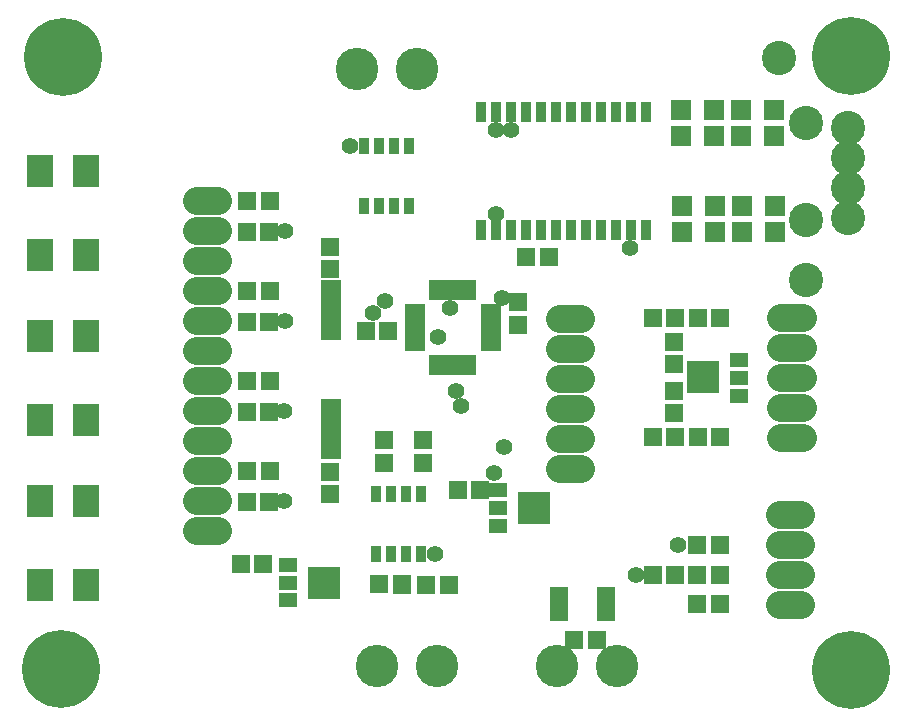
<source format=gbr>
%FSLAX34Y34*%
%MOMM*%
%LNSOLDERMASK_TOP*%
G71*
G01*
%ADD10R, 1.600X1.500*%
%ADD11R, 1.800X1.800*%
%ADD12R, 0.870X1.800*%
%ADD13R, 1.500X1.600*%
%ADD14C, 1.400*%
%ADD15R, 0.850X1.470*%
%ADD16C, 6.600*%
%ADD17R, 2.200X2.700*%
%ADD18R, 0.600X1.800*%
%ADD19R, 1.800X0.600*%
%ADD20R, 1.700X5.200*%
%ADD21C, 2.900*%
%ADD22C, 3.600*%
%ADD23R, 1.500X1.200*%
%ADD24R, 2.740X2.740*%
%ADD25C, 2.400*%
%ADD26R, 1.580X2.990*%
%LPD*%
X268112Y189158D02*
G54D10*
D03*
X268112Y208158D02*
G54D10*
D03*
X616978Y411137D02*
G54D11*
D03*
X644978Y411137D02*
G54D11*
D03*
X616978Y433362D02*
G54D11*
D03*
X644978Y433362D02*
G54D11*
D03*
X566178Y411137D02*
G54D11*
D03*
X594178Y411137D02*
G54D11*
D03*
X566178Y433362D02*
G54D11*
D03*
X594178Y433362D02*
G54D11*
D03*
X396066Y412319D02*
G54D12*
D03*
X408766Y412319D02*
G54D12*
D03*
X421466Y412319D02*
G54D12*
D03*
X434166Y412319D02*
G54D12*
D03*
X446866Y412319D02*
G54D12*
D03*
X459566Y412319D02*
G54D12*
D03*
X472266Y412319D02*
G54D12*
D03*
X484966Y412319D02*
G54D12*
D03*
X497666Y412319D02*
G54D12*
D03*
X510366Y412319D02*
G54D12*
D03*
X523066Y412319D02*
G54D12*
D03*
X535766Y412319D02*
G54D12*
D03*
X535766Y512319D02*
G54D12*
D03*
X523066Y512319D02*
G54D12*
D03*
X510366Y512319D02*
G54D12*
D03*
X497666Y512319D02*
G54D12*
D03*
X484966Y512319D02*
G54D12*
D03*
X472266Y512319D02*
G54D12*
D03*
X459566Y512319D02*
G54D12*
D03*
X446866Y512319D02*
G54D12*
D03*
X434166Y512319D02*
G54D12*
D03*
X421466Y512319D02*
G54D12*
D03*
X408766Y512319D02*
G54D12*
D03*
X396066Y512319D02*
G54D12*
D03*
X616184Y492100D02*
G54D11*
D03*
X644184Y492100D02*
G54D11*
D03*
X616184Y514325D02*
G54D11*
D03*
X644184Y514325D02*
G54D11*
D03*
X565384Y492100D02*
G54D11*
D03*
X593384Y492100D02*
G54D11*
D03*
X565384Y514325D02*
G54D11*
D03*
X593384Y514325D02*
G54D11*
D03*
X453453Y389856D02*
G54D13*
D03*
X434453Y389856D02*
G54D13*
D03*
X409178Y497681D02*
G54D14*
D03*
X409178Y426244D02*
G54D14*
D03*
X345762Y138608D02*
G54D15*
D03*
X333062Y138608D02*
G54D15*
D03*
X320362Y138608D02*
G54D15*
D03*
X307662Y138608D02*
G54D15*
D03*
X307662Y189408D02*
G54D15*
D03*
X320362Y189408D02*
G54D15*
D03*
X333062Y189408D02*
G54D15*
D03*
X345762Y189408D02*
G54D15*
D03*
X347287Y215720D02*
G54D10*
D03*
X347287Y234720D02*
G54D10*
D03*
X313949Y215720D02*
G54D10*
D03*
X313949Y234720D02*
G54D10*
D03*
X310062Y112502D02*
G54D13*
D03*
G36*
X321562Y120502D02*
X336562Y120502D01*
X336562Y104502D01*
X321562Y104502D01*
X321562Y120502D01*
G37*
X368793Y112433D02*
G54D13*
D03*
X349793Y112433D02*
G54D13*
D03*
X40369Y40728D02*
G54D16*
D03*
X41956Y559047D02*
G54D16*
D03*
X709897Y559840D02*
G54D16*
D03*
X709897Y40331D02*
G54D16*
D03*
X22944Y462859D02*
G54D17*
D03*
X61838Y462859D02*
G54D17*
D03*
X22944Y391422D02*
G54D17*
D03*
X61838Y391422D02*
G54D17*
D03*
X22944Y323159D02*
G54D17*
D03*
X61838Y323159D02*
G54D17*
D03*
X22944Y251722D02*
G54D17*
D03*
X61838Y251722D02*
G54D17*
D03*
X354806Y298131D02*
G54D18*
D03*
X359806Y298131D02*
G54D18*
D03*
X364806Y298131D02*
G54D18*
D03*
X369806Y298131D02*
G54D18*
D03*
X374806Y298131D02*
G54D18*
D03*
X379806Y298131D02*
G54D18*
D03*
X384806Y298131D02*
G54D18*
D03*
X389806Y298131D02*
G54D18*
D03*
X404306Y312631D02*
G54D19*
D03*
X404306Y317631D02*
G54D19*
D03*
X404306Y322631D02*
G54D19*
D03*
X404306Y327631D02*
G54D19*
D03*
X404306Y332631D02*
G54D19*
D03*
X404306Y337631D02*
G54D19*
D03*
X404306Y342631D02*
G54D19*
D03*
X404306Y347631D02*
G54D19*
D03*
X389806Y362131D02*
G54D18*
D03*
X384806Y362131D02*
G54D18*
D03*
X379806Y362131D02*
G54D18*
D03*
X374806Y362131D02*
G54D18*
D03*
X369806Y362131D02*
G54D18*
D03*
X364806Y362131D02*
G54D18*
D03*
X359806Y362131D02*
G54D18*
D03*
X354806Y362131D02*
G54D18*
D03*
X340306Y347631D02*
G54D19*
D03*
X340306Y342631D02*
G54D19*
D03*
X340306Y337631D02*
G54D19*
D03*
X340306Y332631D02*
G54D19*
D03*
X340306Y327631D02*
G54D19*
D03*
X340306Y322631D02*
G54D19*
D03*
X340306Y317631D02*
G54D19*
D03*
X340306Y312631D02*
G54D19*
D03*
X269060Y344574D02*
G54D20*
D03*
X269060Y244562D02*
G54D20*
D03*
X268112Y379658D02*
G54D10*
D03*
X268112Y398658D02*
G54D10*
D03*
X369888Y346550D02*
G54D14*
D03*
X707231Y499347D02*
G54D21*
D03*
X707231Y473947D02*
G54D21*
D03*
X707231Y448547D02*
G54D21*
D03*
X707231Y423147D02*
G54D21*
D03*
X421878Y497681D02*
G54D14*
D03*
X414338Y355203D02*
G54D14*
D03*
X334908Y433259D02*
G54D15*
D03*
X322208Y433259D02*
G54D15*
D03*
X309508Y433259D02*
G54D15*
D03*
X296808Y433259D02*
G54D15*
D03*
X296808Y484059D02*
G54D15*
D03*
X309508Y484059D02*
G54D15*
D03*
X322208Y484059D02*
G54D15*
D03*
X334908Y484059D02*
G54D15*
D03*
X341714Y548806D02*
G54D22*
D03*
X290914Y548806D02*
G54D22*
D03*
X307800Y43297D02*
G54D22*
D03*
X358600Y43297D02*
G54D22*
D03*
X614545Y272354D02*
G54D23*
D03*
X614545Y302554D02*
G54D23*
D03*
X614645Y287654D02*
G54D23*
D03*
X584145Y287754D02*
G54D24*
D03*
X598880Y338255D02*
G54D13*
D03*
X579880Y338255D02*
G54D13*
D03*
X560880Y338255D02*
G54D13*
D03*
X541880Y338255D02*
G54D13*
D03*
X560011Y298989D02*
G54D10*
D03*
X560011Y317989D02*
G54D10*
D03*
X598880Y237180D02*
G54D13*
D03*
X579880Y237180D02*
G54D13*
D03*
X560880Y237180D02*
G54D13*
D03*
X541880Y237180D02*
G54D13*
D03*
X560011Y276446D02*
G54D10*
D03*
X560011Y257446D02*
G54D10*
D03*
G54D25*
X463175Y337622D02*
X481175Y337622D01*
G54D25*
X463175Y312222D02*
X481175Y312222D01*
G54D25*
X463175Y286822D02*
X481175Y286822D01*
G54D25*
X463175Y261422D02*
X481175Y261422D01*
G54D25*
X463175Y236022D02*
X481175Y236022D01*
G54D25*
X463175Y210622D02*
X481175Y210622D01*
G54D25*
X650500Y236816D02*
X668500Y236816D01*
G54D25*
X650500Y262216D02*
X668500Y262216D01*
G54D25*
X650500Y287616D02*
X668500Y287616D01*
G54D25*
X650500Y313016D02*
X668500Y313016D01*
G54D25*
X650500Y338416D02*
X668500Y338416D01*
G54D25*
X649309Y95528D02*
X667309Y95528D01*
G54D25*
X649309Y120928D02*
X667309Y120928D01*
G54D25*
X649309Y146328D02*
X667309Y146328D01*
G54D25*
X649309Y171728D02*
X667309Y171728D01*
X598484Y120768D02*
G54D13*
D03*
X579484Y120768D02*
G54D13*
D03*
X560484Y120768D02*
G54D13*
D03*
X541484Y120768D02*
G54D13*
D03*
X579484Y95765D02*
G54D13*
D03*
X598484Y95765D02*
G54D13*
D03*
X598288Y146272D02*
G54D13*
D03*
X579288Y146272D02*
G54D13*
D03*
G54D25*
X155597Y386437D02*
X173597Y386437D01*
G54D25*
X155597Y411837D02*
X173597Y411837D01*
G54D25*
X155597Y437237D02*
X173597Y437237D01*
G54D25*
X155597Y310237D02*
X173597Y310237D01*
G54D25*
X155597Y335637D02*
X173597Y335637D01*
G54D25*
X155597Y361037D02*
X173597Y361037D01*
G54D25*
X155597Y234037D02*
X173597Y234037D01*
G54D25*
X155597Y259437D02*
X173597Y259437D01*
G54D25*
X155597Y284837D02*
X173597Y284837D01*
G54D25*
X155597Y157837D02*
X173597Y157837D01*
G54D25*
X155597Y183237D02*
X173597Y183237D01*
G54D25*
X155597Y208637D02*
X173597Y208637D01*
X217094Y182640D02*
G54D13*
D03*
X198094Y182640D02*
G54D13*
D03*
X198286Y208184D02*
G54D13*
D03*
X217286Y208184D02*
G54D13*
D03*
X217094Y258840D02*
G54D13*
D03*
X198094Y258840D02*
G54D13*
D03*
X198286Y284384D02*
G54D13*
D03*
X217286Y284384D02*
G54D13*
D03*
X217094Y335040D02*
G54D13*
D03*
X198094Y335040D02*
G54D13*
D03*
X198286Y360584D02*
G54D13*
D03*
X217286Y360584D02*
G54D13*
D03*
X217094Y411240D02*
G54D13*
D03*
X198094Y411240D02*
G54D13*
D03*
X198286Y436784D02*
G54D13*
D03*
X217286Y436784D02*
G54D13*
D03*
X229791Y259237D02*
G54D14*
D03*
X229791Y183037D02*
G54D14*
D03*
X374650Y276700D02*
G54D14*
D03*
X379412Y264000D02*
G54D14*
D03*
X427680Y332334D02*
G54D10*
D03*
X427680Y351334D02*
G54D10*
D03*
X22944Y183459D02*
G54D17*
D03*
X61838Y183459D02*
G54D17*
D03*
X22944Y112022D02*
G54D17*
D03*
X61838Y112022D02*
G54D17*
D03*
X232891Y129372D02*
G54D23*
D03*
X232891Y99172D02*
G54D23*
D03*
X232791Y114072D02*
G54D23*
D03*
X263291Y113972D02*
G54D24*
D03*
X304403Y342581D02*
G54D14*
D03*
X314722Y352503D02*
G54D14*
D03*
X230584Y335834D02*
G54D14*
D03*
X230584Y411637D02*
G54D14*
D03*
X211935Y129459D02*
G54D13*
D03*
X192935Y129459D02*
G54D13*
D03*
X317504Y327500D02*
G54D13*
D03*
X298504Y327500D02*
G54D13*
D03*
X460200Y43297D02*
G54D22*
D03*
X510999Y43297D02*
G54D22*
D03*
X494113Y65562D02*
G54D13*
D03*
X475113Y65562D02*
G54D13*
D03*
X462359Y95725D02*
G54D26*
D03*
X502259Y95725D02*
G54D26*
D03*
X359569Y322340D02*
G54D14*
D03*
X410691Y192475D02*
G54D23*
D03*
X410691Y162275D02*
G54D23*
D03*
X410591Y177175D02*
G54D23*
D03*
X441091Y177075D02*
G54D24*
D03*
X395601Y192475D02*
G54D13*
D03*
X376601Y192475D02*
G54D13*
D03*
X407194Y207246D02*
G54D14*
D03*
X562619Y146272D02*
G54D14*
D03*
X522684Y397669D02*
G54D14*
D03*
X648388Y558284D02*
G54D21*
D03*
X671406Y503516D02*
G54D21*
D03*
X671406Y420966D02*
G54D21*
D03*
X671406Y370166D02*
G54D21*
D03*
X357271Y138608D02*
G54D14*
D03*
X284901Y484059D02*
G54D14*
D03*
X415925Y228678D02*
G54D14*
D03*
X527447Y120331D02*
G54D14*
D03*
M02*

</source>
